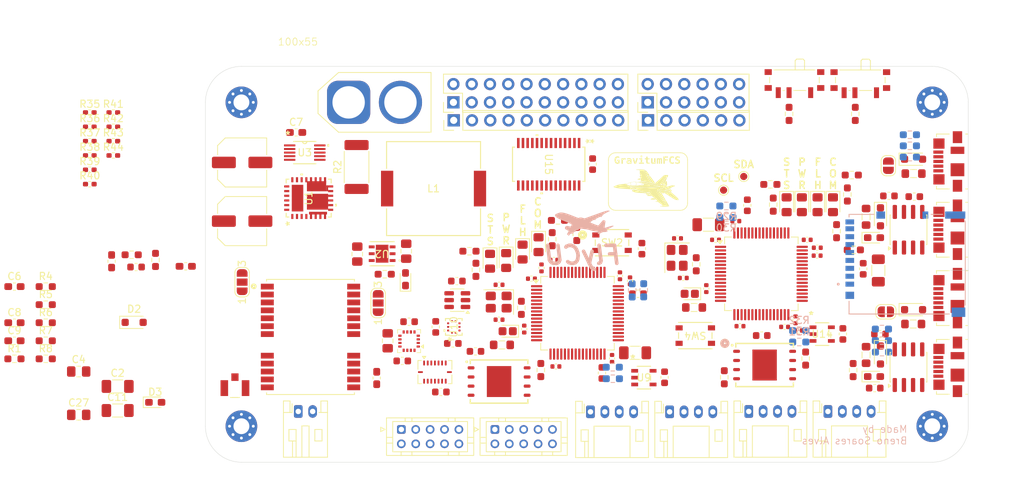
<source format=kicad_pcb>
(kicad_pcb (version 20241229) (generator "pcbnew") (generator_version "9.0")
  (layers (0 "F.Cu" signal "F.Cu_Signal") (4 "In1.Cu" power "In1.Cu_Gnd") (6 "In2.Cu" power "In2.Cu_Vcc") (2 "B.Cu" signal "B.Cu_Signal") (13 "F.Paste" user) (15 "B.Paste" user) (5 "F.SilkS" user "F.Silkscreen") (7 "B.SilkS" user "B.Silkscreen") (1 "F.Mask" user) (3 "B.Mask" user) (25 "Edge.Cuts" user))
  (net 0 "")
  (net 1 "+5V")
  (net 2 "PS_PVIN")
  (net 3 "Net-(U4-VCAP_1)")
  (net 4 "Net-(U4-VCAP_2)")
  (net 5 "+3.3V")
  (net 6 "NU_OSC_IN")
  (net 7 "Net-(C18-Pad1)")
  (net 8 "NU_VDDA")
  (net 9 "NU_NRST")
  (net 10 "Net-(U12-VCAP_1)")
  (net 11 "Net-(U12-VCAP_2)")
  (net 12 "FCU_OSC_IN")
  (net 13 "Net-(C46-Pad1)")
  (net 14 "FCU_VDDA")
  (net 15 "FCU_NRST")
  (net 16 "Net-(U16-V3)")
  (net 17 "Net-(D12-A)")
  (net 18 "Net-(U17-V3)")
  (net 19 "Net-(D15-A)")
  (net 20 "Net-(D1-A)")
  (net 21 "PS_BST")
  (net 22 "Net-(D2-A)")
  (net 23 "Net-(D3-A)")
  (net 24 "Net-(D4-K)")
  (net 25 "Net-(D5-K)")
  (net 26 "Net-(D6-K)")
  (net 27 "Net-(D7-K)")
  (net 28 "FCU_LED4")
  (net 29 "Net-(D8-K)")
  (net 30 "Net-(D9-K)")
  (net 31 "FCU_LED3")
  (net 32 "Net-(D10-K)")
  (net 33 "FCU_LED2")
  (net 34 "Net-(D11-K)")
  (net 35 "FCU_LED1")
  (net 36 "Net-(D12-K)")
  (net 37 "Net-(D13-A)")
  (net 38 "Net-(D13-K)")
  (net 39 "Net-(D14-K)")
  (net 40 "Net-(D15-K)")
  (net 41 "Net-(D16-A)")
  (net 42 "Net-(D16-K)")
  (net 43 "Net-(D17-K)")
  (net 44 "NU_OSC_OUT")
  (net 45 "NU_BOOT0")
  (net 46 "Net-(SW1-B)")
  (net 47 "NU_I2C2_SCL")
  (net 48 "NU_I2C2_SDA")
  (net 49 "NU_I2C3_SCL")
  (net 50 "NU_I2C3_SDA")
  (net 51 "FCU_OSC_OUT")
  (net 52 "Net-(SW3-B)")
  (net 53 "FCU_BOOT0")
  (net 54 "FCU_I2C1_SCL")
  (net 55 "FCU_I2C1_SDA")
  (net 56 "FCU_I2C2_SCL")
  (net 57 "FCU_I2C2_SDA")
  (net 58 "FCU_UART1_RX")
  (net 59 "NU_UART1_TX")
  (net 60 "FCU_UART1_TX")
  (net 61 "NU_UART1_RX")
  (net 62 "FCU_GPIO_A")
  (net 63 "FCU_GPIO_B")
  (net 64 "FCU_GPIO_C")
  (net 65 "FCU_GPIO_D")
  (net 66 "FCU_GPIO_E")
  (net 67 "FCU_GPIO_F")
  (net 68 "FCU_SPI1_FLASH_CS")
  (net 69 "FCU_USB_OTG_FS_DP")
  (net 70 "Net-(J16-D+)")
  (net 71 "FCU_USB_OTG_FS_DM")
  (net 72 "Net-(J16-D-)")
  (net 73 "Net-(J16-ID)")
  (net 74 "FCU_USB_OTG_FS_ID")
  (net 75 "NU_USB_OTG_FS_DP")
  (net 76 "Net-(J18-D+)")
  (net 77 "NU_USB_OTG_FS_DM")
  (net 78 "Net-(J18-D-)")
  (net 79 "NU_USB_OTG_FS_ID")
  (net 80 "Net-(J18-ID)")
  (net 81 "NU_I2C1_SDA")
  (net 82 "NU_I2C1_SCL")
  (net 83 "PS_PG")
  (net 84 "PS_CS")
  (net 85 "Net-(U1-PVDD)")
  (net 87 "PS_FB")
  (net 88 "PS_EN")
  (net 90 "VCC")
  (net 92 "NU_IMU_GYRO_INT")
  (net 93 "NU_SPI2_SCK")
  (net 94 "NU_GPIO_D")
  (net 96 "NU_GPS_NRST")
  (net 97 "NU_SPI2_MOSI")
  (net 98 "NU_MAG_INT")
  (net 100 "NU_UART2_TX")
  (net 101 "NU_GPIO_B")
  (net 103 "NU_SPI1_MISO")
  (net 104 "NU_LED_2")
  (net 105 "NU_UART3_RX")
  (net 106 "NU_SPI2_MISO")
  (net 107 "NU_BARO_INT")
  (net 108 "NU_LED_4")
  (net 110 "NU_SPI1_SCK")
  (net 111 "NU_SWCLK")
  (net 112 "NU_SPI1_MOSI")
  (net 113 "NU_IMU_ACCEL_INT")
  (net 114 "NU_UART3_TX")
  (net 115 "NU_UART4_TX")
  (net 116 "NU_GPS_PSS")
  (net 117 "NU_LED_3")
  (net 118 "NU_GPIO_E")
  (net 119 "NU_GPIO_F")
  (net 120 "NU_GPIO_A")
  (net 121 "NU_GPIO_C")
  (net 122 "NU_LED_1")
  (net 123 "NU_GPS_LNA_EN")
  (net 124 "NU_USB_OTG_FS_VBUS")
  (net 125 "NU_SPI2_CS_IMU")
  (net 126 "NU_UART2_RX")
  (net 127 "NU_SWDIO")
  (net 128 "NU_SPI1_FLASH_CS")
  (net 129 "NU_UART4_RX")
  (net 132 "Net-(U5-C1)")
  (net 135 "Net-(JP1-C)")
  (net 137 "Net-(U6-VCC_RF)")
  (net 140 "Net-(U6-RF_IN)")
  (net 143 "GPS_BACKUP_BAT")
  (net 151 "FCU_SPI1_SCK")
  (net 153 "FCU_UART2_RX")
  (net 154 "FCU_TIM2_CH2")
  (net 155 "FCU_SPI1_MISO")
  (net 157 "FCU_SDIO_DET")
  (net 158 "FCU_TIM3_CH3")
  (net 159 "FCU_USB_OTG_FS_VBUS")
  (net 160 "FCU_TIM3_CH1")
  (net 161 "FCU_UART3_TX")
  (net 163 "FCU_SPI1_MOSI")
  (net 164 "FCU_SDIO_CMD")
  (net 165 "FCU_SDIO_CLK")
  (net 167 "FCU_TIM3_CH4")
  (net 169 "FCU_TIM3_CH2")
  (net 170 "FCU_SDIO_D0")
  (net 171 "FCU_SWDIO")
  (net 172 "FCU_UART4_TX")
  (net 173 "FCU_UART2_TX")
  (net 174 "FCU_UART3_RX")
  (net 175 "GND")
  (net 177 "FCU_TIM2_CH1")
  (net 179 "FCU_SWCLK")
  (net 180 "FCU_UART4_RX")
  (net 183 "PWM_0")
  (net 185 "PWM_4")
  (net 186 "PWM_3")
  (net 189 "PWM_7")
  (net 190 "PWM_6")
  (net 191 "PWM_9")
  (net 194 "PWM_2")
  (net 196 "PWM_5")
  (net 197 "PWM_8")
  (net 198 "PWM_1")
  (net 199 "Net-(J14-D+)")
  (net 200 "Net-(J14-D-)")
  (net 202 "Net-(J17-D+)")
  (net 204 "Net-(J17-D-)")
  (net 208 "Net-(J13-Pin_1)")
  (net 214 "Net-(U11-{slash}WP(IO2))")
  (net 215 "Net-(U11-{slash}HOLD(IO3))")
  (net 216 "Net-(U13-{slash}HOLD(IO3))")
  (net 217 "Net-(U13-{slash}WP(IO2))")
  (net 223 "Net-(L2-Pad2)")
  (net 224 "Net-(C8-Pad2)")
  (footprint "Capacitor_SMD:C_0402_1005Metric" (layer "F.Cu") (at 179.6 111.94 -90)
    (property "Reference" "C50" (hide yes))
    (property "Value" "100n")
  )
  (footprint "LOGO" (layer "F.Cu") (at 159.1 93.62)
    (property "Reference" "G***" (hide yes))
    (property "Value" "LOGO" (hide yes))
  )
  (footprint "Capacitor_SMD:C_0603_1608Metric" (layer "F.Cu") (at 161.4 119.92 90)
    (property "Reference" "C36" (hide yes))
    (property "Value" "100n")
  )
  (footprint "Resistor_SMD:R_0603_1608Metric_Pad0.98x0.95mm_HandSolder" (layer "F.Cu") (at 178.7 83.32 90)
    (property "Reference" "R11" (hide yes))
    (property "Value" "10k")
  )
  (footprint "Resistor_SMD:R_0603_1608Metric_Pad0.98x0.95mm_HandSolder" (layer "F.Cu") (at 75.41 117.36)
    (property "Reference" "R8")
    (property "Value" "560")
  )
  (footprint "Connector_USB:USB_Micro-B_Molex_47346-0001" (layer "F.Cu") (at 200.9 89.9325 90)
    (property "Reference" "J18" (hide yes))
    (property "Value" "USB_B_Micro")
  )
  (footprint "Resistor_SMD:R_0402_1005Metric_Pad0.72x0.64mm_HandSolder" (layer "F.Cu") (at 81.5325 87.11)
    (property "Reference" "R37")
    (property "Value" "10")
  )
  (footprint "Capacitor_SMD:C_0805_2012Metric_Pad1.18x1.45mm_HandSolder" (layer "F.Cu") (at 125.5 102.4 90)
    (property "Reference" "C5" (hide yes))
    (property "Value" "10u")
  )
  (footprint "Capacitor_SMD:C_0603_1608Metric" (layer "F.Cu") (at 190.6 121.42 180)
    (property "Reference" "C61" (hide yes))
    (property "Value" "100n")
  )
  (footprint "Aircraft_Footprints:DGS10" (layer "F.Cu") (at 111.4 88.7)
    (property "Reference" "U3")
    (property "Value" "INA226")
  )
  (footprint "Capacitor_SMD:C_0603_1608Metric" (layer "F.Cu") (at 191.325 113.92 180)
    (property "Reference" "C60" (hide yes))
    (property "Value" "100n")
  )
  (footprint "Package_TO_SOT_SMD:SOT-23-6" (layer "F.Cu") (at 132.6 109.2 180)
    (property "Reference" "U8" (hide yes))
    (property "Value" "TMP100")
  )
  (footprint "Button_Switch_SMD:SW_SPDT_PCM12" (layer "F.Cu") (at 179.45 78.94 180)
    (property "Reference" "SW1" (hide yes))
    (property "Value" "SW_SPDT")
  )
  (footprint "Aircraft_Footprints:XCVR_NEO-M8N-0" (layer "F.Cu") (at 112.2 114.32)
    (property "Reference" "U6" (hide yes))
    (property "Value" "NEO-M8N")
  )
  (footprint "Aircraft_Footprints:SW4_PTS815 SJM 250 SMTR LFS_CNK" (layer "F.Cu") (at 154.1 101.22)
    (property "Reference" "SW2")
    (property "Value" "SW_Push_Dual")
  )
  (footprint "Capacitor_SMD:C_0603_1608Metric" (layer "F.Cu") (at 152.7 119.32 -90)
    (property "Reference" "C12" (hide yes))
    (property "Value" "2u2")
  )
  (footprint "Resistor_SMD:R_0402_1005Metric_Pad0.72x0.64mm_HandSolder" (layer "F.Cu") (at 81.5325 83.13)
    (property "Reference" "R35")
    (property "Value" "0")
  )
  (footprint "Capacitor_SMD:C_0603_1608Metric" (layer "F.Cu") (at 132.5375 106.55 180)
    (property "Reference" "C35" (hide yes))
    (property "Value" "100n")
  )
  (footprint "Connector_JST:JST_PH_S4B-PH-K_1x04_P2.00mm_Horizontal" (layer "F.Cu") (at 184.1 124.67)
    (property "Reference" "J8" (hide yes))
    (property "Value" "Conn_01x04")
  )
  (footprint "Diode_SMD:D_SOD-323_HandSoldering" (layer "F.Cu") (at 87.695 112.29)
    (property "Reference" "D2")
    (property "Value" "D_Schottky")
  )
  (footprint "Connector_PinHeader_2.54mm:PinHeader_2x10_P2.54mm_Vertical" (layer "F.Cu") (at 132.06 81.72 90)
    (property "Reference" "J6" (hide yes))
    (property "Value" "Conn_02x10_Odd_Even")
  )
  (footprint "Resistor_SMD:R_0603_1608Metric_Pad0.98x0.95mm_HandSolder" (layer "F.Cu") (at 169.7 119.92 90)
    (property "Reference" "R34" (hide yes))
    (property "Value" "10k")
  )
  (footprint "Resistor_SMD:R_0402_1005Metric_Pad0.72x0.64mm_HandSolder" (layer "F.Cu") (at 84.8025 89.1)
    (property "Reference" "R44")
    (property "Value" "10")
  )
  (footprint "Resistor_SMD:R_0603_1608Metric_Pad0.98x0.95mm_HandSolder" (layer "F.Cu") (at 75.41 107.32)
    (property "Reference" "R4")
    (property "Value" "10k")
  )
  (footprint "Inductor_SMD:L_0805_2012Metric_Pad1.05x1.20mm_HandSolder" (layer "F.Cu") (at 138.8 115.42)
    (property "Reference" "FB1" (hide yes))
    (property "Value" "FerriteBead")
  )
  (footprint "Capacitor_SMD:C_0603_1608Metric" (layer "F.Cu") (at 135.125 116.32 180)
    (property "Reference" "C39" (hide yes))
    (property "Value" "100n")
  )
  (footprint "MountingHole:MountingHole_2.2mm_M2_Pad_Via" (layer "F.Cu") (at 198.6 126.72)
    (property "Reference" "REF**" (hide yes))
    (property "Value" "MountingHole_2.2mm_M2_Pad_Via")
  )
  (footprint "Capacitor_SMD:C_0603_1608Metric_Pad1.08x0.95mm_HandSolder" (layer "F.Cu") (at 71.06 107.32)
    (property "Reference" "C6")
    (property "Value" "100n")
  )
  (footprint "Resistor_SMD:R_0603_1608Metric_Pad0.98x0.95mm_HandSolder" (layer "F.Cu") (at 75.41 114.85)
    (property "Reference" "R7")
    (property "Value" "1k3")
  )
  (footprint "Capacitor_SMD:C_0603_1608Metric" (layer "F.Cu") (at 196.1 94.82 180)
    (property "Reference" "C63" (hide yes))
    (property "Value" "100n")
  )
  (footprint "Capacitor_SMD:C_0402_1005Metric" (layer "F.Cu") (at 180 113.42)
    (property "Reference" "C40" (hide yes))
    (property "Value" "2u2")
  )
  (footprint "LED_SMD:LED_0805_2012Metric_Pad1.15x1.40mm_HandSolder" (layer "F.Cu") (at 141.6675 102.52 -90)
    (property "Reference" "D5" (hide yes))
    (property "Value" "G")
  )
  (footprint "Inductor_SMD:L_0805_2012Metric_Pad1.05x1.20mm_HandSolder" (layer "F.Cu") (at 189.4 97.62 -90)
    (property "Reference" "FB5" (hide yes))
    (property "Value" "FerriteBead")
  )
  (footprint "LED_SMD:LED_0805_2012Metric_Pad1.15x1.40mm_HandSolder" (layer "F.Cu") (at 139.3875 103.695 -90)
    (property "Reference" "D6" (hide yes))
    (property "Value" "Y")
  )
  (footprint "Inductor_SMD:L_0805_2012Metric_Pad1.05x1.20mm_HandSolder" (layer "F.Cu") (at 195.95 112.52)
    (property "Reference" "FB4" (hide yes))
    (property "Value" "FerriteBead")
  )
  (footprint "Resistor_SMD:R_0603_1608Metric_Pad0.98x0.95mm_HandSolder" (layer "F.Cu") (at 135.1875 104.9875 -90)
    (property "Reference" "R14" (hide yes))
    (property "Value" "560")
  )
  (footprint "LED_SMD:LED_0603_1608Metric_Pad1.05x0.95mm_HandSolder" (layer "F.Cu") (at 125.4 106.3 90)
    (property "Reference" "D1" (hide yes))
    (property "Value" "G")
  )
  (footprint "Aircraft_Footprints:JST_PHD_B10B-PHDSS_2x05_P2.00mm_Vertical" (layer "F.Cu") (at 124.8225 127.17)
    (property "Reference" "J15" (hide yes))
    (property "Value" "Conn_02x05_Odd_Even")
  )
  (footprint "TestPoint:TestPoint_Pad_D1.0mm" (layer "F.Cu") (at 172.4 92.02)
    (property "Reference" "TP3" (hide yes))
    (property "Value" "I2C1")
  )
  (footprint "Connector_PinHeader_2.54mm:PinHeader_1x06_P2.54mm_Vertical" (layer "F.Cu") (at 159.1 84.22 90)
    (property "Reference" "J10" (hide yes))
    (property "Value" "Conn_01x06")
  )
  (footprint "Capacitor_SMD:C_0402_1005Metric" (layer "F.Cu") (at 156.6 106.52 90)
    (property "Reference" "C19" (hide yes))
    (property "Value" "100n")
  )
  (footprint "Connector_JST:JST_PH_S4B-PH-K_1x04_P2.00mm_Horizontal" (layer "F.Cu") (at 173.1 124.67)
    (property "Reference" "J7" (hide yes))
    (property "Value" "Conn_01x04")
  )
  (footprint "Aircraft_Footprints:SON127P800X600X80-9N" (layer "F.Cu") (at 138.405 120.515)
    (property "Reference" "U11" (hide yes))
    (property "Value" "W25N01GVZEIG_TR")
  )
  (footprint "Capacitor_SMD:C_0402_1005Metric" (layer "F.Cu") (at 182.62 101.92)
    (property "Reference" "C48" (hide yes))
    (property "Value" "100n")
  )
  (footprint "Connector_USB:USB_Micro-B_Molex_47346-0001" (layer "F.Cu") (at 200.9 99.42 90)
    (property "Reference" "J17" (hide yes))
    (property "Value" "USB_B_Micro")
  )
  (footprint "Capacitor_SMD:C_0402_1005Metric" (layer "F.Cu") (at 182.6 103.02)
    (property "Reference" "C41" (hide yes))
    (property "Value" "2u2")
  )
  (footprint "LED_SMD:LED_0603_1608Metric_Pad1.05x0.95mm_HandSolder" (layer "F.Cu") (at 190.5 100.52)
    (property "Reference" "D17" (hide yes))
    (property "Value" "G")
  )
  (footprint "LED_SMD:LED_0603_1608Metric_Pad1.05x0.95mm_HandSolder" (layer "F.Cu") (at 190.5 119.82)
    (property "Reference" "D14" (hide yes))
    (property "Value" "G")
  )
  (footprint "Inductor_SMD:L_0805_2012Metric_Pad1.05x1.20mm_HandSolder" (layer "F.Cu") (at 189.4 116.82 -90)
    (property "Reference" "FB3" (hide yes))
    (property "Value" "FerriteBead")
  )
  (footprint "Resistor_SMD:R_0603_1608Metric_Pad0.98x0.95mm_HandSolder" (layer "F.Cu") (at 187.9 83.32 90)
    (property "Reference" "R25" (hide yes))
    (property "Value" "10k")
  )
  (footprint "Package_QFP:LQFP-64_10x10mm_P0.5mm" (layer "F.Cu") (at 149.3 111.02)
    (property "Reference" "U4" (hide yes))
    (property "Value" "STM32F405RGTx")
  )
  (footprint "Aircraft_Footprints:SON127P800X600X80-9N" (layer "F.Cu") (at 175.3 118.22)
    (property "Reference" "U13" (hide yes))
    (property "Value" "W25N01GVZEIG_TR")
  )
  (footprint "MountingHole:MountingHole_2.2mm_M2_Pad_Via" (layer "F.Cu") (at 102.6 126.72)
    (property "Reference" "REF**" (hide yes))
    (property "Value" "MountingHole_2.2mm_M2_Pad_Via")
  )
  (footprint "Capacitor_SMD:C_0402_1005Metric" (layer "F.Cu") (at 146.3 118.42 180)
    (property "Reference" "C17" (hide yes))
    (property "Value" "100n")
  )
  (footprint "Package_SO:SOIC-8_3.9x4.9mm_P1.27mm" (layer "F.Cu") (at 195.3 99.42 90)
    (property "Reference" "U17" (hide yes))
    (property "Value" "CH330N")
  )
  (footprint "Connector_USB:USB_Micro-B_Molex_47346-0001" (layer "F.Cu") (at 200.9 108.92 90)
    (property "Reference" "J16" (hide yes))
    (property "Value" "USB_B_Micro")
  )
  (footprint "Capacitor_SMD:C_1206_3216Metric_Pad1.33x1.80mm_HandSolder" (layer "F.Cu") (at 85.4 121.19)
    (property "Reference" "C2")
    (property "Value" "47u")
  )
  (footprint "Capacitor_SMD:C_0402_1005Metric" (layer "F.Cu") (at 146.02 103.62)
    (property "Reference" "C16" (hide yes))
    (property "Value" "100n")
  )
  (footprint "Capacitor_SMD:C_0402_1005Metric" (layer "F.Cu") (at 178.08 112.92 180)
    (property "Reference" "C44" (hide yes))
    (property "Value" "100n")
  )
  (footprint "Capacitor_SMD:C_0603_1608Metric_Pad1.08x0.95mm_HandSolder" (layer "F.Cu") (at 94.8625 104.5)
    (property "Reference" "C33" (hide yes))
    (property "Value" "1u")
  )
  (footprint "Capacitor_SMD:C_0603_1608Metric" (layer "F.Cu") (at 157.7 108.32)
    (property "Reference" "C13" (hide yes))
    (property "Value" "2u2")
  )
  (footprint "Capacitor_SMD:C_0603_1608Metric" (layer "F.Cu") (at 151.4 90.295 90)
    (property "Reference" "C59" (hide yes))
    (property "Value" "100n")
  )
  (footprint "Connector_PinHeader_2.54mm:PinHeader_2x06_P2.54mm_Vertical" (layer "F.Cu") (at 159.06 81.72 90)
    (property "Reference" "J9" (hide yes))
    (property "Value" "Conn_02x06_Odd_Even")
  )
  (footprint "Jumper:SolderJumper-2_P1.3mm_Open_RoundedPad1.0x1.5mm" (layer "F.Cu") (at 192.15 110.82 180)
    (property "Reference" "JP3" (hide yes))
    (property "Value" "SolderJumper_2_Open")
  )
  (footprint "Connector_JST:JST_PH_S4B-PH-K_1x04_P2.00mm_Horizontal" (layer "F.Cu") (at 162.1 124.72)
    (property "Reference" "J4" (hide yes))
    (property "Value" "Conn_01x04")
  )
  (footprint "Capacitor_SMD:C_0805_2012Metric_Pad1.18x1.45mm_HandSolder" (layer "F.Cu") (at 118.7 102.8 -90)
    (property "Reference" "C3" (hide yes))
    (property "Value" "10u")
  )
  (footprint "Crystal:Crystal_SMD_Abracon_ABM8G-4Pin_3.2x2.5mm" (layer "F.Cu") (at 138.35 109.47 180)
    (property "Reference" "Y1" (hide yes))
    (property "Value" "25MHz")
  )
  (footprint "Resistor_SMD:R_0603_1608Metric_Pad0.98x0.95mm_HandSolder" (layer "F.Cu") (at 186.8 94.52 90)
    (property "Reference" "R28" (hide yes))
    (property "Value" "560")
  )
  (footprint "Capacitor_SMD:C_1206_3216Metric_Pad1.33x1.80mm_HandSolder" (layer "F.Cu") (at 191.1 105.0825 -90)
    (property "Reference" "C57" (hide yes))
    (property "Value" "10u")
  )
  (footprint "Resistor_SMD:R_0603_1608Metric_Pad0.98x0.95mm_HandSolder" (layer "F.Cu") (at 176.5 95.9325 -90)
    (property "Reference" "R23" (hide yes))
    (property "Value" "330")
  )
  (footprint "Capacitor_SMD:C_0402_1005Metric" (layer "F.Cu") (at 168.48 100.82 180)
    (property "Reference" "C49" (hide yes))
    (property "Value" "100n")
  )
  (footprint "Resistor_SMD:R_0603_1608Metric_Pad0.98x0.95mm_HandSolder" (layer "F.Cu") (at 181 117.32 -90)
    (property "Reference" "R33" (hide yes))
    (property "Value" "10k")
  )
  (footprint "Capacitor_SMD:C_0402_1005Metric" (layer "F.Cu") (at 155.2 105.82 90)
    (property "Reference" "C21" (hide yes))
    (property "Value" "100n")
  )
  (footprint "Capacitor_SMD:C_0603_1608Metric" (layer "F.Cu") (at 186.17635 113.895001 90)
    (property "Reference" "C56" (hide yes))
    (property "Value" "100n")
  )
  (footprint "Diode_SMD:D_SOD-323_HandSoldering" (layer "F.Cu") (at 191.4 97.62 -90)
    (property "Reference" "D15" (hide yes))
    (property "Value" "SD103AWS")
  )
  (footprint "Package_SO:SOIC-8_3.9x4.9mm_P1.27mm" (layer "F.Cu") (at 195.295 118.52 90)
    (property "Reference" "U16" (hide yes))
    (property "Value" "CH330N")
  )
  (footprint "Aircraft_Footprints:IND_PA4343_FOOTPRINT2_PUL" (layer "F.Cu") (at 129.3 93.7)
    (property "Reference" "L1")
    (property "Value" "15u")
  )
  (footprint "Aircraft_Footprints:HIROSE_U.FL-R-SMT-1_80_" (layer "F.Cu") (at 101.7 121.425 180)
    (property "Reference" "J19" (hide yes))
    (property "Value" "U.FL-R-SMT-1_80_" (hide yes))
  )
  (footprint "Aircraft_Footprints:TSSOP28_SOT361-1_NXP" (layer "F.Cu") (at 145.3 90.32 -90)
    (property "Reference" "U15")
    (property "Value" "PCA9685PW_118")
  )
  (footprint "Jumper:SolderJumper-2_P1.3mm_Open_RoundedPad1.0x1.5mm" (layer "F.Cu") (at 192.5 90.52 90)
    (property "Reference" "JP4" (hide yes))
    (property "Value" "SolderJumper_2_Open")
  )
  (footprint "Capacitor_SMD:C_0402_1005Metric" (layer "F.Cu") (at 142.9 106.22 180)
    (property "Reference" "C20" (hide yes))
    (property "Value" "100n")
  )
  (footprint "Connector_JST:JST_PH_S2B-PH-K_1x02_P2.00mm_Horizontal" (layer "F.Cu") (at 110.5 124.67)
    (property "Reference" "J13" (hide yes))
    (property "Value" "Conn_01x02")
  )
  (footprint "Resistor_SMD:R_0603_1608Metric_Pad0.98x0.95mm_HandSolder" (layer "F.Cu") (at 134.2875 102.4 180)
    (property "Reference" "R13" (hide yes))
    (property "Value" "330")
  )
  (footprint "Resistor_SMD:R_0402_1005Metric_Pad0.72x0.64mm_HandSolder" (layer "F.Cu") (at 81.5325 85.12)
    (property "Reference" "R36")
    (property "Value" "0")
  )
  (footprint "LED_SMD:LED_0805_2012Metric_Pad1.15x1.40mm_HandSolder" (layer "F.Cu") (at 137.1475 103.795 -90)
    (property "Reference" "D7" (hide yes))
    (property "Value" "B")
  )
  (footprint "Capacitor_Tantalum_SMD:CP_EIA-1608-08_AVX-J" (layer "F.Cu") (at 164.9 108.32 180)
    (property "Reference" "C54" (hide yes))
    (property "Value" "1u")
  )
  (footprint "Capacitor_SMD:C_0603_1608Metric" (layer "F.Cu") (at 87.9625 104.6)
    (property "Reference" "C28" (hide yes))
    (property "Value" "22p")
  )
  (footprint "TestPoint:TestPoint_Pad_D1.0mm" (layer "F.Cu") (at 169.6 93.92)
    (property "Reference" "TP4" (hide yes))
    (property "Value" "I2C1")
  )
  (footprint "MountingHole:MountingHole_2.2mm_M2_Pad_Via" (layer "F.Cu") (at 198.6 81.72)
    (property "Reference" "REF**" (hide yes))
    (property "Value" "MountingHole_2.2mm_M2_Pad_Via")
  )
  (footprint "Capacitor_SMD:C_0603_1608Metric" (layer "F.Cu") (at 129.6 112.92 -90)
    (property "Reference" "C37" (hide yes))
    (property "Value" "100n")
  )
  (footprint "Capacitor_SMD:C_0402_1005Metric" (layer "F.Cu") (at 154.1 117.3 -90)
    (property "Reference" "C22" (hide yes))
    (property "Value" "100n")
  )
  (footprint "Capacitor_SMD:C_0805_2012Metric_Pad1.18x1.45mm_HandSolder" (layer "F.Cu") (at 122.925 114.85 90)
    (property "Reference" "C29" (hide yes))
    (property "Value" "4u7")
  )
  (footprint "Inductor_SMD:L_0603_1608Metric_Pad1.05x0.95mm_HandSolder" (layer "F.Cu") (at 84.5625 103.8 -90)
    (property "Reference" "L2" (hide yes))
    (property "Value" "27n")
  )
  (footprint "Resistor_SMD:R_0603_1608Metric_Pad0.98x0.95mm_HandSolder" (layer "F.Cu") (at 187.4125 91.82)
    (property "Reference" "R27" (hide yes))
    (property "Value" "330")
  )
  (footprint "Resistor_SMD:R_0402_1005Metric_Pad0.72x0.64mm_HandSolder" (layer "F.Cu") (at 84.8025 85.12)
    (property "Reference" "R42")
    (property "Value" "10")
  )
  (footprint "Resistor_SMD:R_0402_1005Metric_Pad0.72x0.64mm_HandSolder" (layer "F.Cu") (at 81.5325 91.09)
    (property "Reference" "R39")
    (property "Value" "10")
  )
  (footprint "Resistor_SMD:R_0603_1608Metric_Pad0.98x0.95mm_HandSolder" (layer "F.Cu") (at 165.8 104.22 90)
    (property "Reference" "R24" (hide yes))
    (property "Value" "620")
  )
  (footprint "Aircraft_Footprints:SOT-23-5_2P9X1P6_MCH" (layer "F.Cu") (at 158.52365 119.970001)
    (property "Reference" "U9")
    (property "Value" "24CW1280T-I/OT")
  )
  (footprint "Capacitor_SMD:C_1206_3216Metric_Pad1.33x1.80mm_HandSolder" (layer "F.Cu") (at 167.5 98.72 180)
    (property "Reference" "C42" (hide yes))
    (property "Value" "10u")
  )
  (footprint "Capacitor_SMD:C_0402_1005Metric" (layer "F.Cu") (at 138.4 107.07 180)
    (property "Reference" "C15" (hide yes))
    (property "Value" "10p")
  )
  (footprint "Capacitor_SMD:C_1206_3216Metric_Pad1.33x1.80mm_HandSolder" (layer "F.Cu") (at 85.4 124.54)
    (property "Reference" "C11")
    (property "Value" "47u")
  )
  (footprint "Button_Switch_SMD:SW_SPDT_PCM12" (layer "F.Cu") (at 188.6 78.95 180)
    (property "Reference" "SW3" (hide yes))
    (property "Value" "SW_SPDT")
  )
  (footprint "LED_SMD:LED_0805_2012Metric_Pad1.15x1.40mm_HandSolder" (layer "F.Cu") (at 180.48 95.945 -90)
    (property "Reference" "D9" (hide yes))
    (property "Value" "G")
  )
  (footprint "Package_LGA:Bosch_LGA-16_4.5x3mm_P0.5mm_LayoutBorder7x1y_ClockwisePinNumbering" (layer "F.Cu") (at 129.4875 119.2)
    (property "Reference" "U7" (hide yes))
    (property "Value" "BMI088")
  )
  (footprint "Capacitor_SMD:C_0603_1608Metric" (layer "F.Cu") (at 131.975 115.22 180)
    (property "Reference" "C38" (hide yes))
    (property "Value" "100n")
  )
  (footprint "Connector_USB:USB_Micro-B_Molex_47346-0001" (layer "F.Cu") (at 200.9 118.47 90)
    (property "Reference" "J14" (hide yes))
    (property "Value" "USB_B_Micro")
  )
  (footprint "Capacitor_SMD:C_1206_3216Metric_Pad1.33x1.80mm_HandSolder" (layer "F.Cu") (at 157.3 116.52)
    (property "Reference" "C14" (hide yes))
    (property "Value" "10u")
  )
  (footprint "Capacitor_SMD:C_0402_1005Metric" (layer "F.Cu") (at 141.9 113.22 90)
    (property "Reference" "C24" (hide yes))
    (property "Value" "100n")
  )
  (footprint "Resistor_SMD:R_0603_1608Metric_Pad0.98x0.95mm_HandSolder" (layer "F.Cu") (at 87.35 102.9)
    (property "Reference" "R19" (hide yes))
    (property "Value" "10")
  )
  (footprint "Capacitor_SMD:C_0402_1005Metric" (layer "F.Cu") (at 167.2 107.6 90)
    (property "Reference" "C52" (hide yes))
    (property "Value" "100n")
  )
  (footprint "Capacitor_SMD:C_0603_1608Metric" (layer "F.Cu") (at 130.3125 121.9625)
    (property "Reference" "C34" (hide yes))
    (property "Value" "100n")
  )
  (footprint "Diode_SMD:D_SOD-323_HandSoldering" (layer "F.Cu") (at 196 110.52)
    (property "Reference" "D13" (hide yes))
    (property "Value" "SD103AWS")
  )
  (footprint "Crystal:Crystal_SMD_Abracon_ABM8G-4Pin_3.2x2.5mm" (layer "F.Cu") (at 163.15 103.32 -90)
    (property "Reference" "Y2" (hide yes))
    (property "Value" "25MHz")
  )
  (footprint "LED_SMD:LED_0805_2012Metric_Pad1.15x1.40mm_HandSolder" (layer "F.Cu") (at 178.36 95.945 -90)
    (property "Reference" "D8" (hide yes))
    (property "Value" "R")
  )
  (footprint "Capacitor_SMD:C_0402_1005Metric" (layer "F.Cu") (at 163.2 100.62)
    (property "Reference" "C43" (hide yes))
    (property "Value" "10p")
  )
  (footprint "Inductor_SMD:L_0805_2012Metric_Pad1.05x1.20mm_HandSolder" (layer "F.Cu") (at 165.5 110.22)
    (property "Reference" "FB2" (hide yes))
    (property "Value" "FerriteBead")
  )
  (footprint "Aircraft_Footprints:MLF28_5X6_MCH" (layer "F.Cu") (at 111.947601 95.025001 90)
    (property "Reference" "U1")
    (property "Value" "MIC26903YJL-TR")
  )
  (footprint "Diode_SMD:D_SOD-323_HandSoldering" (layer "F.Cu") (at 196 89.62)
    (property "Reference" "D16" (hide yes))
    (property "Value" "SD103AWS")
  )
  (footprint "Capacitor_SMD:C_0603_1608Metric_Pad1.08x0.95mm_HandSolder" (layer "F.Cu") (at 121.4 120.02 90)
    (property "Reference" "C32" (hide yes))
    (property "Value" "1u")
  )
  (footprint "Capacitor_SMD:C_0603_1608Metric" (layer "F.Cu") (at 189 104.845 -90)
    (property "Reference" "C58" (hide yes))
    (property "Value" "100n")
  )
  (footprint "Resistor_SMD:R_0603_1608Metric_Pad0.98x0.95mm_HandSolder" (layer "F.Cu") (at 71.06 117.36)
    (property "Reference" "R1")
    (property "Value" "10k")
  )
  (footprint "LED_SMD:LED_0805_2012Metric_Pad1.15x1.40mm_HandSolder" (layer "F.Cu") (at 182.66 95.945 -90)
    (property "Reference" "D10" (hide yes))
    (property "Value" "Y")
  )
  (footprint "Aircraft_Footprints:JST_PHD_B10B-PHDSS_2x05_P2.00mm_Vertical" (layer "F.Cu") (at 137.8225 127.17)
    (property "Reference" "J12" (hide yes))
    (property "Value" "Conn_02x05_Odd_Even")
  )
  (footprint "Resistor_SMD:R_0402_1005Metric_Pad0.72x0.64mm_HandSolder" (layer "F.Cu") (at 84.8025 87.11)
    (property "Reference" "R43")
    (property "Value" "10")
  )
  (footprint "Resistor_SMD:R_0603_1608Metric_Pad0.98x0.95mm_HandSolder" (layer "F.Cu") (at 141.5 110.27 90)
    (property "Reference" "R10" (hide yes))
    (property "Value" "620")
  )
  (footprint "Connector_JST:JST_PH_S4B-PH-K_1x04_P2.00mm_Horizontal" (layer "F.Cu") (at 151.1 124.72)
    (property "Reference" "J3" (hide yes))
    (property "Value" "Conn_01x04")
  )
  (footprint "Capacitor_SMD:C_0603_1608Metric" (layer "F.Cu") (at 192.575 94.72 180)
    (property "Reference" "C62" (hide yes))
    (property "Value" "100n")
  )
  (footprint "Resistor_SMD:R_0603_1608Metric_Pad0.98x0.95mm_HandSolder" (layer "F.Cu") (at 146.5875 98.12)
    (property "Reference" "R12" (hide yes))
    (property "Value" "330")
  )
  (footprint "Capacitor_SMD:C_0603_1608Metric_Pad1.08x0.95mm_HandSolder" (layer "F.Cu") (at 71.06 114.85)
    (property "Reference" "C9")
    (property "Value" "4n7")
  )
  (footprint "Capacitor_SMD:C_0402_1005Metric" (layer "F.Cu") (at 171.88 112.82 180)
    (property "Reference" "C47" (hide yes))
    (property "Value" "100n")
  )
  (footprint "Connector_AMASS:AMASS_XT60-M_1x02_P7.20mm_Vertical" (layer "F.Cu") (at 117.5 81.72)
    (property "Reference" "J1" (hide yes))
    (property "Value" "Conn_01x02_Pin")
  )
  (footprint "Diode_SMD:D_SOD-323_HandSoldering" (layer "F.Cu") (at 191.4 116.82 -90)
    (property "Reference" "D12" (hide yes))
    (property "Value" "SD103AWS")
  )
  (footprint "Resistor_SMD:R_0603_1608Metric_Pad0.98x0.95mm_HandSolder" (layer "F.Cu") (at 187.7 102.22 180)
    (property "Reference" "R53" (hide yes))
    (property "Value" "560")
  )
  (footprint "Capacitor_SMD:C_Elec_6.3x7.7" (layer "F.Cu") (at 102.7 98.22)
    (property "Reference" "C10" (hide yes))
    (property "Value" "100u")
  )
  (footprint "Capacitor_SMD:C_0402_1005Metric" (layer "F.Cu") (at 138.4 111.92)
    (property "Reference" "C18" (hide yes))
    (property "Value" "10p")
  )
  (footprint "Capacitor_SMD:C_0603_1608Metric_Pad1.08x0.95mm_HandSolder" (layer "F.Cu") (at 71.06 112.34)
    (property "Reference" "C8")
    (property "Value" "100n")
  )
  (footprint "Aircraft_Footprints:10LGA_2X2X0p75_BOS" (layer "F.Cu") (at 132.1126 112.919999 90)
    (property "Reference" "U10")
    (property "Value" "BMP390")
  )
  (footprint "LED_SMD:LED_0603_1608Metric_Pad1.05x0.95mm_HandSolder" (layer "F.Cu") (at 90.625 123.4)
    (property "Reference" "D3")
    (property "Value" "G")
  )
  (footprint "Resistor_SMD:R_0603_1608Metric_Pad0.98x0.95mm_HandSolder" (layer "F.Cu") (at 75.41 109.83)
    (property "Reference" "R5")
    (property "Value" "19k6")
  )
  (footprint "Resistor_SMD:R_2512_6332Metric_Pad1.40x3.35mm_HandSolder" (layer "F.Cu") (at 118.6 90.7 90)
    (property "Reference" "R2")
    (property "Value" "10m")
  )
  (footprint "Resistor_SMD:R_0603_1608Metric_Pad0.98x0.95mm_HandSolder" (layer "F.Cu") (at 144.205 118.915 -90)
    (property "Reference" "R21" (hide yes))
    (property "Value" "10k")
  )
  (footprint "Resistor_SMD:R_0603_1608Metric_Pad0.98x0.95mm_HandSolder" (layer "F.Cu") (at 145.7875 100.7325 -90)
    (property "Reference" "R9" (hide yes))
    (property "Value" "330")
  )
  (footprint "Capacitor_SMD:C_0805_2012Metric_Pad1.18x1.45mm_HandSolder" (layer "F.Cu") (at 79.99 125.14)
    (property "Reference" "C27")
    (property "Value" "2u2")
  )
  (footprint "Resistor_SMD:R_0603_1608Metric_Pad0.98x0.95mm_HandSolder" (layer "F.Cu") (at 90.6625 103.6125 90)
    (property "Reference" "R20" (hide yes))
    (property "Value" "10k")
  )
  (footprint "Inductor_SMD:L_0805_2012Metric_Pad1.05x1.20mm_HandSolder" (layer "F.Cu") (at 196 91.62)
    (property "Reference" "FB6" (hide yes))
    (property "Value" "FerriteBead")
  )
  (footprint "Package_QFP:LQFP-64_10x10mm_P0.5mm" (layer "F.Cu") (at 174.85 105.545)
    (property "Reference" "U12" (hide yes))
    (property "Value" "STM32F405RGTx")
  )
  (footprint "Capacitor_SMD:C_0603_1608Metric" (layer "F.Cu") (at 124.95 117.65 180)
    (property "Reference" "C30" (hide yes))
    (property "Value" "100n")
  )
  (footprint "Capacitor_SMD:C_0603_1608Metric" (layer "F.Cu") (at 174.9 114.12 180)
    (property "Reference" "C55" (hide yes))
    (property "Value" "100n")
  )
  (footprint "Resistor_SMD:R_0402_1005Metric_Pad0.72x0.64mm_HandSolder" (layer "F.Cu") (at 81.5325 93.08)
    (property "Reference" "R40")
    (property "Value" "10")
  )
  (footprint "Resistor_SMD:R_0603_1608Metric_Pad0.98x0.95mm_HandSolder" (layer "F.Cu") (at 187.6 118.92 90)
    (property "Reference" "R49" (hide yes))
    (property "Value" "560")
  )
  (footprint "Aircraft_Footprints:SON_DFN6_3X3_STM" (layer "F.Cu") (at 122.1522 102.750001 180)
    (property "Reference" "U2")
    (property "Value" "LD39200PU33R")
  )
  (footprint "Capacitor_SMD:C_0603_1608Metric" (layer "F.Cu") (at 172.9 96.02 90)
    (property "Reference" "C53" (hide yes))
    (property "Value" "100n")
  )
  (footprint "Capacitor_SMD:C_0603_1608Metric" (layer "F.Cu") (at 158.250001 102.045001 -90)
    (property "Reference" "C25" (hide yes))
    (property "Value" "100n")
  )
  (footprint "Aircraft_Footprints:SW4_PTS815 SJM 250 SMTR LFS_CNK" (layer "F.Cu") (at 165.669201 114.1285 180)
    (property "Reference" "SW4")
    (property "Value" "SW_Push_Dual")
  )
  (footprint "Resistor_SMD:R_0603_1608Metric_Pad0.98x0.95mm_HandSolder" (layer "F.Cu") (at 122.5125 105.6 180)
    (property "Reference" "R3" (hide yes))
    (property "Value" "330")
  )
  (footprint "Capacitor_SMD:C_0402_1005Metric" (layer "F.Cu") (at 164 106.12 180)
    (property "Reference" "C46" (hide yes))
    (property "Value" "10p")
  )
  (footprint "Connector_PinHeader_2.54mm:PinHeader_1x10_P2.54mm_Vertical" (layer "F.Cu") (at 132.1 84.22 90)
    (property "Reference" "J5" (hide yes))
    (property "Value" "Conn_01x10")
  )
  (footprint "Capacitor_SMD:C_Elec_6.3x7.7" (layer "F.Cu") (at 102.7 90.07)
    (property "Reference" "C1" (hide yes))
    (property "Value" "100u")
  )
  (footprint "Capacitor_SMD:C_0402_1005Metric" (layer "F.Cu") (at 144.3 104.72 90)
    (property "Reference" "C23" (hide yes))
    (property "Value" "100n")
  )
  (footprint "Capacitor_SMD:C_0805_2012Metric_Pad1.18x1.45mm_HandSolder" (layer "F.Cu") (at 79.99 119.12)
    (property "Reference" "C4")
    (property "Value" "2u2")
  )
  (footprint "Capacitor_SMD:C_0402_1005Metric" (layer "F.Cu") (at 171.3 98.22)
    (property "Reference" "C45" (hide yes))
    (property "Value" "100n")
  )
  (footprint "Resistor_SMD:R_0603_1608Metric_Pad0.98x0.95mm_HandSolder" (layer "F.Cu") (at 149.2 100.0075 -90)
    (property "Reference" "R22" (hide yes))
    (property "Value" "10k")
  )
  (footprint "Resistor_SMD:R_0402_1005Metric_Pad0.72x0.64mm_HandSolder" (layer "F.Cu") (at 81.5325 89.1)
    (property "Reference" "R38")
    (property "Value" "10")
  )
  (footprint "LED_SMD:LED_0805_2012Metric_Pad1.15x1.40mm_HandSolder" (layer "F.Cu") (at 143.8875 101.495 -90)
    (property "Reference" "D4" (hide yes))
    (property "Value" "R")
  )
  (footprint "Package_LGA:LGA-16_3x3mm_P0.5mm" (layer "F.Cu") (at 125.9 114.9 180)
    (property "Reference" "U5" (hide yes))
    (property "Value" "IST8310")
  )
  (footprint "Capacitor_SMD:C_0603_1608Metric" (layer "F.Cu") (at 125.9 112.2)
    (property "Reference" "C31" (hide yes))
    (property "Value" "100n")
  )
  (footprint "LED_SMD:LED_0805_2012Metric_Pad1.15x1.40mm_HandSolder" (layer "F.Cu") (at 184.8 95.945 -90)
    (property "Reference" "D11" (hide yes))
    (property "Value" "B")
  )
  (footprint "Jumper:SolderJumper-3_P1.3mm_Open_RoundedPad1.0x1.5mm_NumberLabels" (layer "F.Cu") (at 102.7 106.7 90)
    (property "Reference" "JP1" (hide yes))
    (property "Value" "SolderJumper_3_Open")
  )
  (footprint "Capacitor_SMD:C_0603_1608Metric_Pad1.08x0.95mm_HandSolder" (layer "F.Cu") (at 110.2 85.9)
    (property "Reference" "C7")
    (property "Value" "100n")
  )
  (footprint "Resistor_SMD:R_0603_1608Metric_Pad0.98x0.95mm_HandSolder" (layer "F.Cu") (at 75.41 112.34)
    (property "Reference" "R6")
    (property "Value" "6k8")
  )
  (footprint "Resistor_SMD:R_0402_1005Metric_Pad0.72x0.64mm_HandSolder" (layer "F.Cu") (at 84.8025 83.13)
    (property "Reference" "R41")
    (property "Value" "10")
  )
  (footprint "Capacitor_SMD:C_0402_1005Metric" (layer "F.Cu") (at 181.22 100.82)
    (property "Reference" "C51" (hide yes))
    (property "Value" "100n")
  )
  (footprint "MountingHole:MountingHole_2.2mm_M2_Pad_Via" (layer "F.Cu") (at 102.6 81.72)
    (property "Reference" "REF**" (hide yes))
    (property "Value" "MountingHole_2.2mm_M2_Pad_Via")
  )
  (footprint "Aircraft_Footprints:SOT-23-5_2P9X1P6_MCH" (layer "F.Cu") (at 183.3 113.92)
    (property "Reference" "U14")
    (property "Value" "24CW1280T-I/OT")
  )
  (footprint "Capacitor_Tantalum_SMD:CP_EIA-1608-08_AVX-J" (layer "F.Cu") (at 139.6 113.52 180)
    (property "Reference" "C26" (hide yes))
    (property "Value" "1u")
  )
  (footprint "Resistor_SMD:R_0603_1608Metric_Pad0.98x0.95mm_HandSolder" (layer "F.Cu") (at 185.3 99.62 -90)
    (property "Reference" "R54" (hide yes))
    (property "Value" "10k")
  )
  (footprint "Resistor_SMD:R_0603_1608Metric_Pad0.98x0.95mm_HandSolder" (layer "F.Cu") (at 176.1 93.12 180)
    (property "Reference" "R26" (hide yes))
    (property "Value" "330")
  )
  (footprint "Jumper:SolderJumper-3_P1.3mm_Open_RoundedPad1.0x1.5mm_NumberLabels" (layer "F.Cu") (at 121.6 109.6 90)
    (property "Reference" "JP2" (hide yes))
    (property "Value" "Jumper_3_Open")
  )
  (footprint "Resistor_SMD:R_0603_1608Metric_Pad0.98x0.95mm_HandSolder" (layer "B.Cu") (at 169.9875 97.72)
    (property "Reference" "R30")
    (property "Value" "4k7")
  )
  (footprint "Aircraft_Footprints:HRS_DM3AT-SF-PEJM5" (layer "B.Cu") (at 195.1125 104.2075 -90)
    (property "Reference" "J2" (hide yes))
    (property "Value" "DM3AT-SF-PEJM5")
  )
  (footprint "Resistor_SMD:R_0603_1608Metric_Pad0.98x0.95mm_HandSolder" (layer "B.Cu") (at 195.4875 89.32 180)
    (property "Reference" "R51" (hide yes))
    (property "Value" "22")
  )
  (footprint "Resistor_SMD:R_0603_1608Metric_Pad0.98x0.95mm_HandSolder" (layer "B.Cu") (at 195.4875 86.22 180)
    (property "Reference" "R52" (hide yes))
    (property "Value" "560")
  )
  (footprint "Resistor_SMD:R_0603_1608Metric_Pad0.98x0.95mm_HandSolder" (layer "B.Cu") (at 169.9875 96.12)
    (property "Reference" "R29")
    (property "Value" "4k7")
  )
  (footprint "LOGO" (layer "B.Cu") (at 150.19 98.4912 180)
    (property "Reference" "G***" (hide yes))
    (property "Value" "LOGO" (hide yes))
  )
  (footprint "Resistor_SMD:R_0603_1608Metric_Pad0.98x0.95mm_HandSolder" (layer "B.Cu") (at 180.1125 115.02 180)
    (property "Reference" "R31")
    (property "Value" "4k7")
  )
  (footprint "Resistor_SMD:R_0603_1608Metric_Pad0.98x0.95mm_HandSolder" (layer "B.Cu") (at 158.5 107.8325 -90)
    (property "Reference" "R18" (hide yes))
    (property "Value" "4k7")
  )
  (footprint "Resistor_SMD:R_0603_1608Metric_Pad0.98x0.95mm_HandSolder" (layer "B.Cu") (at 154.2125 120.12 180)
    (property "Reference" "R15" (hide yes))
    (property "Value" "4k7")
  )
  (footprint "Resistor_SMD:R_0603_1608Metric_Pad0.98x0.95mm_HandSolder" (layer "B.Cu") (at 191.6 114.82 180)
    (property "Reference" "R46" (hide yes))
    (property "Value" "22")
  )
  (footprint "Resistor_SMD:R_0603_1608Metric_Pad0.98x0.95mm_HandSolder" (layer "B.Cu") (at 154.2 118.52 180)
    (property "Reference" "R16" (hide yes))
    (property "Value" "4k7")
  )
  (footprint "Resistor_SMD:R_0603_1608Metric_Pad0.98x0.95mm_HandSolder" (layer "B.Cu") (at 180.1125 113.43 180)
    (property "Reference" "R32")
    (property "Value" "4k7")
  )
  (footprint "Resistor_SMD:R_0603_1608Metric_Pad0.98x0.95mm_HandSolder" (layer "B.Cu") (at 195.4875 87.76 180)
    (property "Reference" "R50" (hide yes))
    (property "Value" "22")
  )
  (footprint "Resistor_SMD:R_0603_1608Metric_Pad0.98x0.95mm_HandSolder" (layer "B.Cu") (at 191.6125 116.42 180)
    (property "Reference" "R47" (hide yes))
    (property "Value" "22")
  )
  (footprint "Resistor_SMD:R_0603_1608Metric_Pad0.98x0.95mm_HandSolder" (layer "B.Cu") (at 156.9 107.845 -90)
    (property "Reference" "R17" (hide yes))
    (property "Value" "4k7")
  )
  (footprint "Resistor_SMD:R_0603_1608Metric_Pad0.98x0.95mm_HandSolder" (layer "B.Cu") (at 191.6 113.22 180)
    (property "Reference" "R48" (hide yes))
    (property "Value" "560")
  )
  (gr_arc (start 153.6 89.72) (mid 153.892893 89.012893) (end 154.6 88.72) (stroke (width 0.1)) (layer "F.SilkS"))
  (gr_arc (start 154.6 96.72) (mid 153.892893 96.427107) (end 153.6 95.72) (stroke (width 0.1)) (layer "F.SilkS"))
  (gr_line (start 163.6 88.72) (end 154.6 88.72) (stroke (width 0.1)) (layer "F.SilkS"))
  (gr_line (start 154.6 96.72) (end 163.6 96.72) (stroke (width 0.1)) (layer "F.SilkS"))
  (gr_line (start 153.6 89.72) (end 153.6 95.72) (stroke (width 0.1)) (layer "F.SilkS"))
  (gr_arc (start 164.6 95.72) (mid 164.307107 96.427107) (end 163.6 96.72) (stroke (width 0.1)) (layer "F.SilkS"))
  (gr_arc (start 163.6 88.72) (mid 164.307107 89.012893) (end 164.6 89.72) (stroke (width 0.1)) (layer "F.SilkS"))
  (gr_line (start 164.6 95.72) (end 164.6 89.72) (stroke (width 0.1)) (layer "F.SilkS"))
  (gr_line (start 203.6 81.72) (end 203.6 126.72) (stroke (width 0.05)) (layer "Edge.Cuts"))
  (gr_line (start 198.6 131.72) (end 102.6 131.72) (stroke (width 0.05)) (layer "Edge.Cuts"))
  (gr_line (start 97.6 126.72) (end 97.6 81.72) (stroke (width 0.05)) (layer "Edge.Cuts"))
  (gr_line (start 201.175 105.07) (end 203.675 105.07) (stroke (width 0.05)) (layer "Edge.Cuts"))
  (gr_arc (start 203.6 126.72) (mid 202.135534 130.255534) (end 198.6 131.72) (stroke (width 0.05)) (layer "Edge.Cuts"))
  (gr_arc (start 102.6 131.72) (mid 99.064466 130.255534) (end 97.6 126.72) (stroke (width 0.05)) (layer "Edge.Cuts"))
  (gr_arc (start 97.6 81.72) (mid 99.064466 78.184466) (end 102.6 76.72) (stroke (width 0.05)) (layer "Edge.Cuts"))
  (gr_arc (start 198.6 76.72) (mid 202.135534 78.184466) (end 203.6 81.72) (stroke (width 0.05)) (layer "Edge.Cuts"))
  (gr_line (start 102.6 76.72) (end 198.6 76.72) (stroke (width 0.05)) (layer "Edge.Cuts"))
  (gr_text "SCL" (at 169.6 92.82 0) (layer "F.SilkS") (effects (font (size 1 1) (thickness 0.2) (bold yes)) (justify bottom)))
  (gr_text "P\nW\nR" (at 180.5 93.82 0) (layer "F.SilkS") (effects (font (size 1 1) (thickness 0.2) (bold yes)) (justify bottom)))
  (gr_text "P\nW\nR" (at 139.3875 101.52 0) (layer "F.SilkS") (effects (font (size 1 1) (thickness 0.2) (bold yes)) (justify bottom)))
  (gr_text "C\nO\nM" (at 184.8 93.82 0) (layer "F.SilkS") (effects (font (size 1 1) (thickness 0.2) (bold yes)) (justify bottom)))
  (gr_text "S\nT\nS" (at 137.1875 101.62 0) (layer "F.SilkS") (effects (font (size 1 1) (thickness 0.2) (bold yes)) (justify bottom)))
  (gr_text "GravitumFCS" (at 159 90.42 0) (layer "F.SilkS") (effects (font (size 1 1) (thickness 0.2) (bold yes)) (justify bottom)))
  (gr_text "F\nL\nH" (at 141.6875 100.345 0) (layer "F.SilkS") (effects (font (size 1 1) (thickness 0.2) (bold yes)) (justify bottom)))
  (gr_text "S\nT\nS" (at 178.36 93.82 0) (layer "F.SilkS") (effects (font (size 1 1) (thickness 0.2) (bold yes)) (justify bottom)))
  (gr_text "C\nO\nM" (at 143.7875 99.32 0) (layer "F.SilkS") (effects (font (size 1 1) (thickness 0.2) (bold yes)) (justify bottom)))
  (gr_text "F\nL\nH" (at 182.7 93.82 0) (layer "F.SilkS") (effects (font (size 1 1) (thickness 0.2) (bold yes)) (justify bottom)))
  (gr_text "100x55\n" (at 107.6 73.9 0) (layer "F.SilkS") (effects (font (size 1 1) (thickness 0.1)) (justify left bottom)))
  (gr_text "SDA" (at 172.4 90.92 0) (layer "F.SilkS") (effects (font (size 1 1) (thickness 0.2) (bold yes)) (justify bottom)))
  (gr_text "Made by\nBreno Soares Alves" (at 195.2 129.32 -0) (layer "B.SilkS") (effects (font (size 1 1) (thickness 0.1)) (justify left bottom mirror)))
  (gr_text "FlyCU" (at 150.1 104.42 0) (layer "B.SilkS") (effects (font (size 2.5 2.5) (thickness 0.5) (bold yes) (italic yes)) (justify bottom mirror)))
)
</source>
